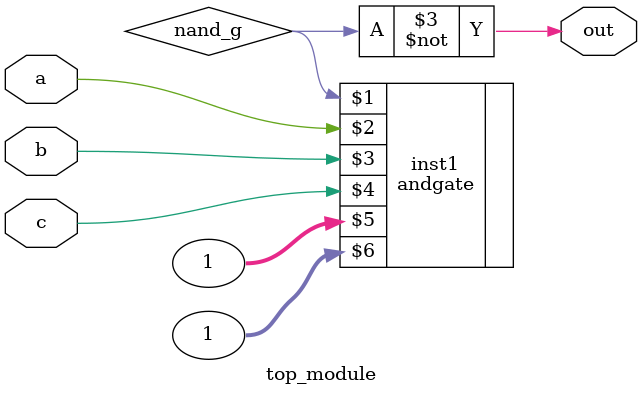
<source format=v>
module top_module (input a, input b, input c, output out);
    wire nand_g;

    andgate inst1 ( nand_g,a, b, c,1,1 );
    assign out = ~nand_g;
endmodule

</source>
